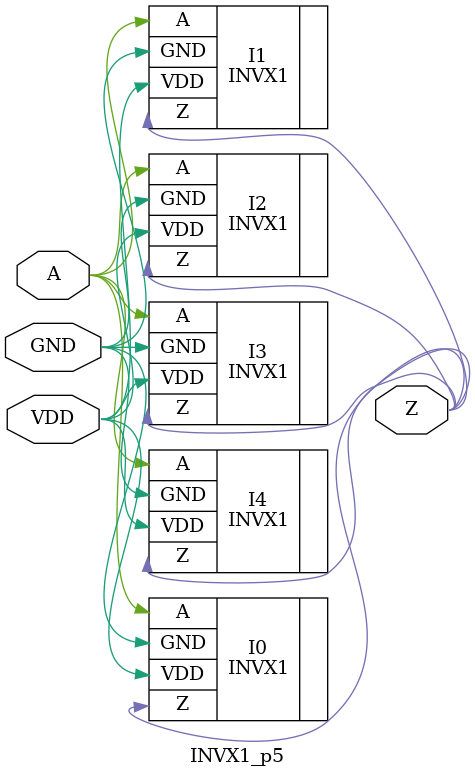
<source format=v>

module INVX1_p5 (
A,Z,VDD,GND );
input  A;
output  Z;
input  VDD;
input  GND;
wire VDD;
wire Z;
wire A;
wire GND;

INVX1    
 I4  ( .VDD( VDD ), .Z( Z ), .A( A ), .GND( GND ) );

INVX1    
 I3  ( .VDD( VDD ), .Z( Z ), .A( A ), .GND( GND ) );

INVX1    
 I2  ( .VDD( VDD ), .Z( Z ), .A( A ), .GND( GND ) );

INVX1    
 I1  ( .VDD( VDD ), .Z( Z ), .A( A ), .GND( GND ) );

INVX1    
 I0  ( .VDD( VDD ), .Z( Z ), .A( A ), .GND( GND ) );

endmodule


</source>
